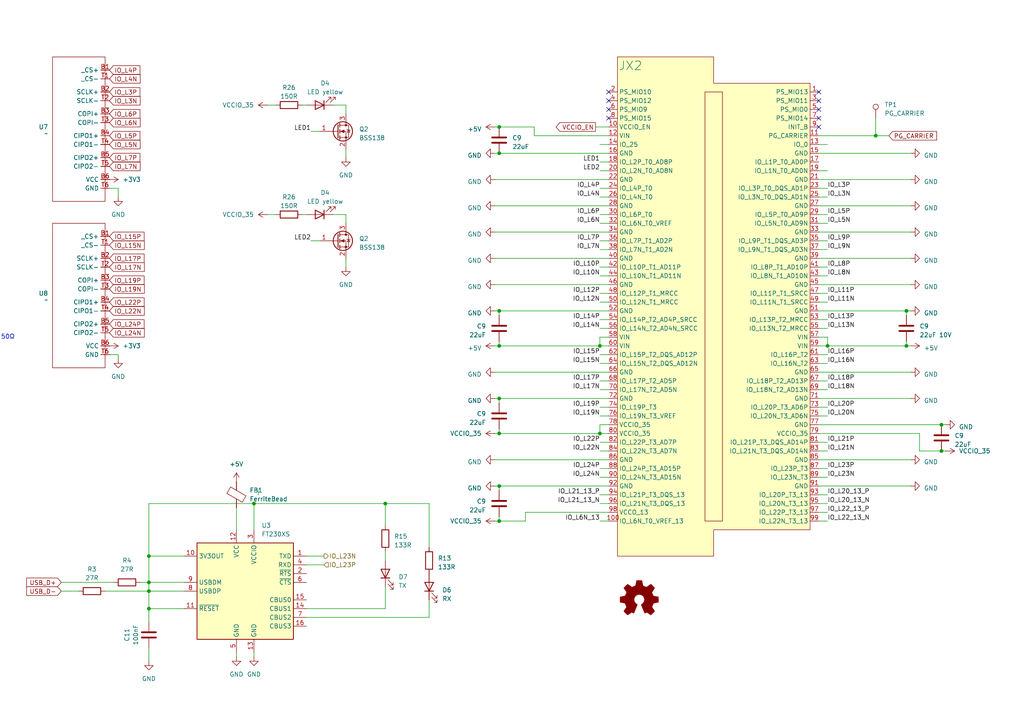
<source format=kicad_sch>
(kicad_sch (version 20231120) (generator "eeschema") (generator_version "8.0")
  (paper "A4")
  (title_block (title "MicroZed development carrier board") (date "2023-08-19") (rev "4") (comment 1 "               License: Creative Commons Zero") (comment 3 "               (c) 2023 Viktor Nikolov"))
  (junction (at 111.76 146.05))
  (junction (at 144.78 44.45))
  (junction (at 173.99 100.33))
  (junction (at 262.89 100.33))
  (junction (at 144.78 115.57))
  (junction (at 254 39.37))
  (junction (at 144.78 125.73))
  (junction (at 273.05 130.81))
  (junction (at 43.18 171.45))
  (junction (at 144.78 140.97))
  (junction (at 43.18 168.91))
  (junction (at 73.66 146.05))
  (junction (at 144.78 36.83))
  (junction (at 144.78 90.17))
  (junction (at 144.78 100.33))
  (junction (at 173.99 125.73))
  (junction (at 273.05 123.19))
  (junction (at 144.78 151.13))
  (junction (at 43.18 161.29))
  (junction (at 43.18 176.53))
  (junction (at 262.89 90.17))
  (junction (at 240.03 100.33))
  (no_connect (at 237.49 31.75))
  (no_connect (at 176.53 29.21))
  (no_connect (at -44.45 93.98))
  (no_connect (at 176.53 34.29))
  (no_connect (at 176.53 26.67))
  (no_connect (at 237.49 29.21))
  (no_connect (at 237.49 26.67))
  (no_connect (at 176.53 31.75))
  (no_connect (at 237.49 36.83))
  (no_connect (at 237.49 34.29))
  (wire (pts (xy -44.45 58.42) (xy -41.91 58.42)))
  (wire (pts (xy 237.49 115.57) (xy 264.16 115.57)))
  (wire (pts (xy 273.05 130.81) (xy 274.32 130.81)))
  (wire (pts (xy 254 34.29) (xy 254 39.37)))
  (wire (pts (xy 93.98 163.83) (xy 88.9 163.83)))
  (wire (pts (xy 173.99 41.91) (xy 176.53 41.91)))
  (wire (pts (xy 34.29 104.14) (xy 34.29 102.87)))
  (wire (pts (xy -29.21 104.14) (xy -26.67 104.14)))
  (wire (pts (xy 173.99 72.39) (xy 176.53 72.39)))
  (wire (pts (xy -29.21 101.6) (xy -26.67 101.6)))
  (wire (pts (xy 43.18 191.77) (xy 43.18 187.96)))
  (wire (pts (xy 96.52 30.48) (xy 100.33 30.48)))
  (wire (pts (xy 43.18 161.29) (xy 43.18 168.91)))
  (wire (pts (xy 237.49 82.55) (xy 264.16 82.55)))
  (wire (pts (xy 237.49 80.01) (xy 240.03 80.01)))
  (wire (pts (xy 143.51 100.33) (xy 144.78 100.33)))
  (wire (pts (xy 266.7 130.81) (xy 273.05 130.81)))
  (wire (pts (xy 240.03 100.33) (xy 237.49 100.33)))
  (wire (pts (xy -29.21 78.74) (xy -26.67 78.74)))
  (wire (pts (xy 88.9 179.07) (xy 124.46 179.07)))
  (wire (pts (xy 173.99 62.23) (xy 176.53 62.23)))
  (wire (pts (xy 237.49 97.79) (xy 240.03 97.79)))
  (wire (pts (xy -44.45 96.52) (xy -41.91 96.52)))
  (wire (pts (xy 173.99 95.25) (xy 176.53 95.25)))
  (wire (pts (xy 173.99 49.53) (xy 176.53 49.53)))
  (wire (pts (xy 237.49 77.47) (xy 240.03 77.47)))
  (wire (pts (xy -44.45 73.66) (xy -41.91 73.66)))
  (wire (pts (xy 93.98 161.29) (xy 88.9 161.29)))
  (wire (pts (xy 100.33 62.23) (xy 100.33 64.77)))
  (wire (pts (xy 173.99 118.11) (xy 176.53 118.11)))
  (wire (pts (xy -29.21 71.12) (xy -26.67 71.12)))
  (wire (pts (xy 143.51 44.45) (xy 144.78 44.45)))
  (wire (pts (xy 237.49 110.49) (xy 240.03 110.49)))
  (wire (pts (xy -44.45 99.06) (xy -41.91 99.06)))
  (wire (pts (xy 143.51 107.95) (xy 176.53 107.95)))
  (wire (pts (xy 68.58 189.23) (xy 68.58 190.5)))
  (wire (pts (xy 173.99 138.43) (xy 176.53 138.43)))
  (wire (pts (xy 43.18 146.05) (xy 73.66 146.05)))
  (wire (pts (xy 173.99 64.77) (xy 176.53 64.77)))
  (wire (pts (xy 237.49 39.37) (xy 254 39.37)))
  (wire (pts (xy 124.46 146.05) (xy 124.46 158.75)))
  (wire (pts (xy 73.66 146.05) (xy 111.76 146.05)))
  (wire (pts (xy -29.21 68.58) (xy -26.67 68.58)))
  (wire (pts (xy 143.51 115.57) (xy 144.78 115.57)))
  (wire (pts (xy 53.34 171.45) (xy 43.18 171.45)))
  (wire (pts (xy 124.46 173.99) (xy 124.46 179.07)))
  (wire (pts (xy 173.99 92.71) (xy 176.53 92.71)))
  (wire (pts (xy 173.99 105.41) (xy 176.53 105.41)))
  (wire (pts (xy 144.78 140.97) (xy 176.53 140.97)))
  (wire (pts (xy 100.33 30.48) (xy 100.33 33.02)))
  (wire (pts (xy 237.49 128.27) (xy 240.03 128.27)))
  (wire (pts (xy -44.45 88.9) (xy -41.91 88.9)))
  (wire (pts (xy 237.49 151.13) (xy 240.03 151.13)))
  (wire (pts (xy 144.78 149.86) (xy 144.78 151.13)))
  (wire (pts (xy 173.99 46.99) (xy 176.53 46.99)))
  (wire (pts (xy 237.49 69.85) (xy 240.03 69.85)))
  (wire (pts (xy 111.76 160.02) (xy 111.76 162.56)))
  (wire (pts (xy 43.18 176.53) (xy 43.18 180.34)))
  (wire (pts (xy 17.78 168.91) (xy 33.02 168.91)))
  (wire (pts (xy 17.78 171.45) (xy 22.86 171.45)))
  (wire (pts (xy 173.99 80.01) (xy 176.53 80.01)))
  (wire (pts (xy 111.76 146.05) (xy 111.76 152.4)))
  (wire (pts (xy 143.51 59.69) (xy 176.53 59.69)))
  (wire (pts (xy 237.49 120.65) (xy 240.03 120.65)))
  (wire (pts (xy -44.45 91.44) (xy -41.91 91.44)))
  (wire (pts (xy -44.45 66.04) (xy -41.91 66.04)))
  (wire (pts (xy 173.99 143.51) (xy 176.53 143.51)))
  (wire (pts (xy -29.21 96.52) (xy -26.67 96.52)))
  (wire (pts (xy 254 39.37) (xy 257.81 39.37)))
  (wire (pts (xy 144.78 36.83) (xy 154.94 36.83)))
  (wire (pts (xy 173.99 97.79) (xy 173.99 100.33)))
  (wire (pts (xy 144.78 99.06) (xy 144.78 100.33)))
  (wire (pts (xy 173.99 130.81) (xy 176.53 130.81)))
  (wire (pts (xy 262.89 100.33) (xy 264.16 100.33)))
  (wire (pts (xy 77.47 30.48) (xy 80.01 30.48)))
  (wire (pts (xy 144.78 142.24) (xy 144.78 140.97)))
  (wire (pts (xy -44.45 60.96) (xy -41.91 60.96)))
  (wire (pts (xy 237.49 113.03) (xy 240.03 113.03)))
  (wire (pts (xy 143.51 74.93) (xy 176.53 74.93)))
  (wire (pts (xy 237.49 105.41) (xy 240.03 105.41)))
  (wire (pts (xy -29.21 66.04) (xy -26.67 66.04)))
  (wire (pts (xy 172.72 36.83) (xy 176.53 36.83)))
  (wire (pts (xy 53.34 161.29) (xy 43.18 161.29)))
  (wire (pts (xy -44.45 81.28) (xy -41.91 81.28)))
  (wire (pts (xy -44.45 101.6) (xy -41.91 101.6)))
  (wire (pts (xy 173.99 113.03) (xy 176.53 113.03)))
  (wire (pts (xy 173.99 125.73) (xy 176.53 125.73)))
  (wire (pts (xy 237.49 95.25) (xy 240.03 95.25)))
  (wire (pts (xy 143.51 36.83) (xy 144.78 36.83)))
  (wire (pts (xy 74.93 142.24) (xy 74.93 143.51)))
  (wire (pts (xy 143.51 151.13) (xy 144.78 151.13)))
  (wire (pts (xy 53.34 168.91) (xy 43.18 168.91)))
  (wire (pts (xy 43.18 146.05) (xy 43.18 161.29)))
  (wire (pts (xy 144.78 151.13) (xy 152.4 151.13)))
  (wire (pts (xy 154.94 39.37) (xy 176.53 39.37)))
  (wire (pts (xy 96.52 62.23) (xy 100.33 62.23)))
  (wire (pts (xy -29.21 73.66) (xy -26.67 73.66)))
  (wire (pts (xy 237.49 90.17) (xy 262.89 90.17)))
  (wire (pts (xy 237.49 49.53) (xy 240.03 49.53)))
  (wire (pts (xy 100.33 43.18) (xy 100.33 45.72)))
  (wire (pts (xy 237.49 52.07) (xy 264.16 52.07)))
  (wire (pts (xy 237.49 143.51) (xy 240.03 143.51)))
  (wire (pts (xy 111.76 170.18) (xy 111.76 176.53)))
  (wire (pts (xy -29.21 93.98) (xy -26.67 93.98)))
  (wire (pts (xy 73.66 189.23) (xy 73.66 190.5)))
  (wire (pts (xy 173.99 135.89) (xy 176.53 135.89)))
  (wire (pts (xy 173.99 146.05) (xy 176.53 146.05)))
  (wire (pts (xy 237.49 92.71) (xy 240.03 92.71)))
  (wire (pts (xy 143.51 140.97) (xy 144.78 140.97)))
  (wire (pts (xy 237.49 102.87) (xy 240.03 102.87)))
  (wire (pts (xy -44.45 76.2) (xy -41.91 76.2)))
  (wire (pts (xy 176.53 148.59) (xy 152.4 148.59)))
  (wire (pts (xy 143.51 125.73) (xy 144.78 125.73)))
  (wire (pts (xy 88.9 176.53) (xy 111.76 176.53)))
  (wire (pts (xy -29.21 58.42) (xy -26.67 58.42)))
  (wire (pts (xy 173.99 54.61) (xy 176.53 54.61)))
  (wire (pts (xy 144.78 116.84) (xy 144.78 115.57)))
  (wire (pts (xy -44.45 71.12) (xy -41.91 71.12)))
  (wire (pts (xy 237.49 123.19) (xy 273.05 123.19)))
  (wire (pts (xy 237.49 133.35) (xy 264.16 133.35)))
  (wire (pts (xy 176.53 97.79) (xy 173.99 97.79)))
  (wire (pts (xy 237.49 44.45) (xy 264.16 44.45)))
  (wire (pts (xy 144.78 44.45) (xy 176.53 44.45)))
  (wire (pts (xy 237.49 59.69) (xy 264.16 59.69)))
  (wire (pts (xy 237.49 41.91) (xy 240.03 41.91)))
  (wire (pts (xy 240.03 97.79) (xy 240.03 100.33)))
  (wire (pts (xy 144.78 125.73) (xy 173.99 125.73)))
  (wire (pts (xy 87.63 62.23) (xy 88.9 62.23)))
  (wire (pts (xy 40.64 168.91) (xy 43.18 168.91)))
  (wire (pts (xy 73.66 146.05) (xy 73.66 153.67)))
  (wire (pts (xy 90.17 38.1) (xy 92.71 38.1)))
  (wire (pts (xy -44.45 83.82) (xy -41.91 83.82)))
  (wire (pts (xy -44.45 93.98) (xy -41.91 93.98)))
  (wire (pts (xy -44.45 68.58) (xy -41.91 68.58)))
  (wire (pts (xy 173.99 100.33) (xy 176.53 100.33)))
  (wire (pts (xy 237.49 146.05) (xy 240.03 146.05)))
  (wire (pts (xy 237.49 74.93) (xy 264.16 74.93)))
  (wire (pts (xy 262.89 90.17) (xy 262.89 91.44)))
  (wire (pts (xy 237.49 148.59) (xy 240.03 148.59)))
  (wire (pts (xy 237.49 107.95) (xy 264.16 107.95)))
  (wire (pts (xy 237.49 54.61) (xy 240.03 54.61)))
  (wire (pts (xy 144.78 115.57) (xy 176.53 115.57)))
  (wire (pts (xy -29.21 91.44) (xy -26.67 91.44)))
  (wire (pts (xy 30.48 171.45) (xy 43.18 171.45)))
  (wire (pts (xy 111.76 146.05) (xy 124.46 146.05)))
  (wire (pts (xy 100.33 74.93) (xy 100.33 77.47)))
  (wire (pts (xy 143.51 52.07) (xy 176.53 52.07)))
  (wire (pts (xy -29.21 99.06) (xy -26.67 99.06)))
  (wire (pts (xy 237.49 135.89) (xy 240.03 135.89)))
  (wire (pts (xy 31.75 54.61) (xy 34.29 54.61)))
  (wire (pts (xy -44.45 104.14) (xy -41.91 104.14)))
  (wire (pts (xy 143.51 82.55) (xy 176.53 82.55)))
  (wire (pts (xy 262.89 99.06) (xy 262.89 100.33)))
  (wire (pts (xy 144.78 90.17) (xy 176.53 90.17)))
  (wire (pts (xy 237.49 67.31) (xy 264.16 67.31)))
  (wire (pts (xy -29.21 63.5) (xy -26.67 63.5)))
  (wire (pts (xy 154.94 39.37) (xy 154.94 36.83)))
  (wire (pts (xy 173.99 120.65) (xy 176.53 120.65)))
  (wire (pts (xy -29.21 60.96) (xy -26.67 60.96)))
  (wire (pts (xy -29.21 76.2) (xy -26.67 76.2)))
  (wire (pts (xy 143.51 67.31) (xy 176.53 67.31)))
  (wire (pts (xy 273.05 123.19) (xy 274.32 123.19)))
  (wire (pts (xy -29.21 88.9) (xy -26.67 88.9)))
  (wire (pts (xy 173.99 128.27) (xy 176.53 128.27)))
  (wire (pts (xy 237.49 87.63) (xy 240.03 87.63)))
  (wire (pts (xy 237.49 62.23) (xy 240.03 62.23)))
  (wire (pts (xy -44.45 78.74) (xy -41.91 78.74)))
  (wire (pts (xy 143.51 90.17) (xy 144.78 90.17)))
  (wire (pts (xy 237.49 125.73) (xy 266.7 125.73)))
  (wire (pts (xy 152.4 148.59) (xy 152.4 151.13)))
  (wire (pts (xy 237.49 57.15) (xy 240.03 57.15)))
  (wire (pts (xy 237.49 85.09) (xy 240.03 85.09)))
  (wire (pts (xy -44.45 63.5) (xy -41.91 63.5)))
  (wire (pts (xy 266.7 125.73) (xy 266.7 130.81)))
  (wire (pts (xy 237.49 72.39) (xy 240.03 72.39)))
  (wire (pts (xy 237.49 140.97) (xy 264.16 140.97)))
  (wire (pts (xy 53.34 176.53) (xy 43.18 176.53)))
  (wire (pts (xy 173.99 87.63) (xy 176.53 87.63)))
  (wire (pts (xy 240.03 100.33) (xy 262.89 100.33)))
  (wire (pts (xy 68.58 147.32) (xy 68.58 153.67)))
  (wire (pts (xy 173.99 77.47) (xy 176.53 77.47)))
  (wire (pts (xy 77.47 62.23) (xy 80.01 62.23)))
  (wire (pts (xy -29.21 86.36) (xy -26.67 86.36)))
  (wire (pts (xy 173.99 151.13) (xy 176.53 151.13)))
  (wire (pts (xy 43.18 171.45) (xy 43.18 176.53)))
  (wire (pts (xy 237.49 64.77) (xy 240.03 64.77)))
  (wire (pts (xy 34.29 54.61) (xy 34.29 57.15)))
  (wire (pts (xy 173.99 57.15) (xy 176.53 57.15)))
  (wire (pts (xy -29.21 81.28) (xy -26.67 81.28)))
  (wire (pts (xy 143.51 133.35) (xy 176.53 133.35)))
  (wire (pts (xy 173.99 69.85) (xy 176.53 69.85)))
  (wire (pts (xy 144.78 100.33) (xy 173.99 100.33)))
  (wire (pts (xy 173.99 102.87) (xy 176.53 102.87)))
  (wire (pts (xy 237.49 130.81) (xy 240.03 130.81)))
  (wire (pts (xy 262.89 90.17) (xy 264.16 90.17)))
  (wire (pts (xy 173.99 123.19) (xy 173.99 125.73)))
  (wire (pts (xy 237.49 138.43) (xy 240.03 138.43)))
  (wire (pts (xy 87.63 30.48) (xy 88.9 30.48)))
  (wire (pts (xy 237.49 118.11) (xy 240.03 118.11)))
  (wire (pts (xy 173.99 110.49) (xy 176.53 110.49)))
  (wire (pts (xy 173.99 85.09) (xy 176.53 85.09)))
  (wire (pts (xy 173.99 123.19) (xy 176.53 123.19)))
  (wire (pts (xy 34.29 102.87) (xy 31.75 102.87)))
  (wire (pts (xy 144.78 91.44) (xy 144.78 90.17)))
  (wire (pts (xy 43.18 168.91) (xy 43.18 171.45)))
  (wire (pts (xy 144.78 124.46) (xy 144.78 125.73)))
  (wire (pts (xy -44.45 86.36) (xy -41.91 86.36)))
  (wire (pts (xy 90.17 69.85) (xy 92.71 69.85)))
  (wire (pts (xy -29.21 83.82) (xy -26.67 83.82)))
  (rectangle (start -27.94 99.06) (end -8.89 105.41))
  (rectangle (start -27.94 55.88) (end -8.89 96.52))
  (rectangle (start -62.23 55.88) (end -43.18 105.41))
  (text "Single-ended 50Ω" (at 4.318 98.552 0) (effects (font (size 1.27 1.27)) (justify right bottom)))
  (text "Diferential pairs 100Ω" (at -10.16 95.25 90) (effects (font (size 1.27 1.27)) (justify left bottom)))
  (text "Diferential pairs 100Ω" (at -59.69 104.14 90) (effects (font (size 1.27 1.27)) (justify left bottom)))
  (text "DP" (at -10.16 104.14 90) (effects (font (size 1.27 1.27)) (justify left bottom)))
  (label "IO_L6N" (at -44.45 68.58 180))
  (label "IO_L19N" (at 173.99 120.65 180))
  (label "IO_L15P" (at -26.67 68.58 0))
  (label "IO_L20_13_N" (at 240.03 146.05 0))
  (label "IO_L23P" (at 240.03 135.89 0))
  (label "IO_L6N" (at 173.99 64.77 180))
  (label "IO_L15P" (at 173.99 102.87 180))
  (label "IO_L13N" (at 240.03 95.25 0))
  (label "IO_L5N" (at -44.45 83.82 180))
  (label "IO_L3N" (at 240.03 57.15 0))
  (label "IO_L5P" (at 240.03 62.23 0))
  (label "IO_L23N" (at 240.03 138.43 0))
  (label "IO_L22N" (at 173.99 130.81 180))
  (label "IO_L7N" (at 173.99 72.39 180))
  (label "IO_L5P" (at -44.45 86.36 180))
  (label "IO_L19P" (at -26.67 78.74 0))
  (label "IO_L7P" (at -44.45 66.04 180))
  (label "IO_L21_13_N" (at 173.99 146.05 180))
  (label "IO_L11N" (at 240.03 87.63 0))
  (label "IO_L16N" (at 240.03 105.41 0))
  (label "IO_L21_13_P" (at -26.67 93.98 0))
  (label "IO_L21_13_N" (at -26.67 96.52 0))
  (label "IO_L22N" (at -26.67 86.36 0))
  (label "LED1" (at 173.99 46.99 180))
  (label "IO_L9N" (at -44.45 96.52 180))
  (label "IO_L24P" (at -26.67 88.9 0))
  (label "IO_L6N_13" (at 173.99 151.13 180))
  (label "IO_L4P" (at -44.45 76.2 180))
  (label "IO_L19N" (at -26.67 81.28 0))
  (label "IO_L20_13_N" (at -44.45 104.14 180))
  (label "IO_L14P" (at -26.67 63.5 0))
  (label "IO_L6P" (at -44.45 71.12 180))
  (label "IO_L22_13_N" (at -26.67 101.6 0))
  (label "IO_L10N" (at -44.45 58.42 180))
  (label "IO_L14P" (at 173.99 92.71 180))
  (label "IO_L4N" (at -44.45 73.66 180))
  (label "IO_L20N" (at 240.03 120.65 0))
  (label "IO_L10N" (at 173.99 80.01 180))
  (label "IO_L20_13_P" (at 240.03 143.51 0))
  (label "IO_L11P" (at 240.03 85.09 0))
  (label "IO_L10P" (at -44.45 60.96 180))
  (label "IO_L10P" (at 173.99 77.47 180))
  (label "IO_L18P" (at 240.03 110.49 0))
  (label "IO_L9N" (at 240.03 72.39 0))
  (label "IO_L8P" (at 240.03 77.47 0))
  (label "IO_L24N" (at 173.99 138.43 180))
  (label "IO_L22P" (at -26.67 83.82 0))
  (label "IO_L3N" (at -44.45 88.9 180))
  (label "IO_L18N" (at 240.03 113.03 0))
  (label "IO_L6P" (at 173.99 62.23 180))
  (label "IO_L5N" (at 240.03 64.77 0))
  (label "IO_L24N" (at -26.67 91.44 0))
  (label "IO_L15N" (at -26.67 71.12 0))
  (label "IO_L15N" (at 173.99 105.41 180))
  (label "IO_L3P" (at -44.45 91.44 180))
  (label "IO_L2P" (at -44.45 81.28 180))
  (label "IO_L3P" (at 240.03 54.61 0))
  (label "IO_L12N" (at -26.67 60.96 0))
  (label "IO_L17N" (at 173.99 113.03 180))
  (label "IO_L19P" (at 173.99 118.11 180))
  (label "IO_L21N" (at 240.03 130.81 0))
  (label "IO_L22_13_P" (at -26.67 104.14 0))
  (label "IO_L22_13_P" (at 240.03 148.59 0))
  (label "LED1" (at 90.17 38.1 180))
  (label "IO_L20_13_P" (at -44.45 101.6 180))
  (label "IO_L2N" (at -44.45 78.74 180))
  (label "IO_L24P" (at 173.99 135.89 180))
  (label "IO_L22P" (at 173.99 128.27 180))
  (label "IO_L20P" (at 240.03 118.11 0))
  (label "IO_L17P" (at -26.67 73.66 0))
  (label "IO_L16P" (at 240.03 102.87 0))
  (label "IO_L13P" (at 240.03 92.71 0))
  (label "IO_L14N" (at -26.67 66.04 0))
  (label "IO_L12N" (at 173.99 87.63 180))
  (label "IO_L7N" (at -44.45 63.5 180))
  (label "IO_L9P" (at 240.03 69.85 0))
  (label "IO_L22_13_N" (at 240.03 151.13 0))
  (label "IO_L12P" (at -26.67 58.42 0))
  (label "IO_L17N" (at -26.67 76.2 0))
  (label "IO_L9P" (at -44.45 99.06 180))
  (label "IO_L21P" (at 240.03 128.27 0))
  (label "IO_L6N_13" (at -26.67 99.06 0))
  (label "IO_L4N" (at 173.99 57.15 180))
  (label "IO_L21_13_P" (at 173.99 143.51 180))
  (label "IO_L4P" (at 173.99 54.61 180))
  (label "LED2" (at 173.99 49.53 180))
  (label "IO_L7P" (at 173.99 69.85 180))
  (label "IO_L17P" (at 173.99 110.49 180))
  (label "IO_L12P" (at 173.99 85.09 180))
  (label "LED2" (at 90.17 69.85 180))
  (label "IO_L14N" (at 173.99 95.25 180))
  (label "IO_L8N" (at 240.03 80.01 0))
  (global_label "IO_L4N" (shape input) (at 31.75 22.86 0) (property "Intersheetrefs" "${INTERSHEET_REFS}" (effects (hide yes))))
  (global_label "IO_L6P" (shape input) (at 31.75 33.02 0) (property "Intersheetrefs" "${INTERSHEET_REFS}" (effects (hide yes))))
  (global_label "IO_L15P" (shape input) (at 31.75 68.58 0) (property "Intersheetrefs" "${INTERSHEET_REFS}" (effects (hide yes))))
  (global_label "IO_L15N" (shape input) (at 31.75 71.12 0) (property "Intersheetrefs" "${INTERSHEET_REFS}" (effects (hide yes))))
  (global_label "VCCIO_EN" (shape output) (at 172.72 36.83 180) (property "Intersheetrefs" "${INTERSHEET_REFS}" (effects (hide yes))))
  (global_label "IO_L5N" (shape input) (at 31.75 41.91 0) (property "Intersheetrefs" "${INTERSHEET_REFS}" (effects (hide yes))))
  (global_label "PG_CARRIER" (shape input) (at 257.81 39.37 0) (property "Intersheetrefs" "${INTERSHEET_REFS}" (effects (hide yes))))
  (global_label "IO_L7P" (shape input) (at 31.75 45.72 0) (property "Intersheetrefs" "${INTERSHEET_REFS}" (effects (hide yes))))
  (global_label "IO_L22N" (shape input) (at 31.75 90.17 0) (property "Intersheetrefs" "${INTERSHEET_REFS}" (effects (hide yes))))
  (global_label "IO_L3P" (shape input) (at 31.75 26.67 0) (property "Intersheetrefs" "${INTERSHEET_REFS}" (effects (hide yes))))
  (global_label "USB_D-" (shape input) (at 17.78 171.45 180) (property "Intersheetrefs" "${INTERSHEET_REFS}" (effects (hide yes))))
  (global_label "IO_L6N" (shape input) (at 31.75 35.56 0) (property "Intersheetrefs" "${INTERSHEET_REFS}" (effects (hide yes))))
  (global_label "USB_D+" (shape input) (at 17.78 168.91 180) (property "Intersheetrefs" "${INTERSHEET_REFS}" (effects (hide yes))))
  (global_label "IO_L17N" (shape input) (at 31.75 77.47 0) (property "Intersheetrefs" "${INTERSHEET_REFS}" (effects (hide yes))))
  (global_label "IO_L22P" (shape input) (at 31.75 87.63 0) (property "Intersheetrefs" "${INTERSHEET_REFS}" (effects (hide yes))))
  (global_label "IO_L24P" (shape input) (at 31.75 93.98 0) (property "Intersheetrefs" "${INTERSHEET_REFS}" (effects (hide yes))))
  (global_label "IO_L24N" (shape input) (at 31.75 96.52 0) (property "Intersheetrefs" "${INTERSHEET_REFS}" (effects (hide yes))))
  (global_label "IO_L5P" (shape input) (at 31.75 39.37 0) (property "Intersheetrefs" "${INTERSHEET_REFS}" (effects (hide yes))))
  (global_label "IO_L19P" (shape input) (at 31.75 81.28 0) (property "Intersheetrefs" "${INTERSHEET_REFS}" (effects (hide yes))))
  (global_label "IO_L17P" (shape input) (at 31.75 74.93 0) (property "Intersheetrefs" "${INTERSHEET_REFS}" (effects (hide yes))))
  (global_label "IO_L4P" (shape input) (at 31.75 20.32 0) (property "Intersheetrefs" "${INTERSHEET_REFS}" (effects (hide yes))))
  (global_label "IO_L7N" (shape input) (at 31.75 48.26 0) (property "Intersheetrefs" "${INTERSHEET_REFS}" (effects (hide yes))))
  (global_label "IO_L19N" (shape input) (at 31.75 83.82 0) (property "Intersheetrefs" "${INTERSHEET_REFS}" (effects (hide yes))))
  (global_label "IO_L3N" (shape input) (at 31.75 29.21 0) (property "Intersheetrefs" "${INTERSHEET_REFS}" (effects (hide yes))))
  (hierarchical_label "IO_L23N" (shape output) (at 93.98 161.29 0))
  (hierarchical_label "IO_L23P" (shape input) (at 93.98 163.83 0))
  (symbol (lib_id "power:GND") (at 73.66 190.5 0) (unit 1)
    (property "Reference" "#PWR089" (effects (hide yes)))
    (property "Value" "GND" (at 73.66 195.58 0))
  )
  (symbol (lib_id "Interface_USB:FT230XS") (at 71.12 171.45 0) (unit 1)
    (property "Reference" "U3" (at 75.8541 152.4 0) (effects (justify left)))
    (property "Value" "FT230XS" (at 75.8541 154.94 0) (effects (justify left)))
    (property "Footprint" "Package_SO:SSOP-16_3.9x4.9mm_P0.635mm" (effects (hide yes)))
    (property "Datasheet" "https://www.ftdichip.com/Support/Documents/DataSheets/ICs/DS_FT230X.pdf" (effects (hide yes)))
    (property "Description" "Full Speed USB to Basic UART, SSOP-16" (effects (hide yes)))
  )
  (symbol (lib_id "Device:C") (at 273.05 127 0) (mirror y) (unit 1)
    (property "Reference" "C9" (at 276.86 126.365 0) (effects (justify right)))
    (property "Value" "22uF" (at 276.86 128.905 0) (effects (justify right)))
    (property "Footprint" "Capacitor_SMD:C_1206_3216Metric" (effects (hide yes)))
    (property "LCSC" "C5672" (effects (hide yes)))
    (instances (project "MicroZed_carrier_board_v4" (path "" (reference "C9") (unit 1)) (path "" (reference "C1") (unit 1)) (path "" (reference "C5") (unit 1))))
  )
  (symbol (lib_id "power:VCC") (at 274.32 130.81 270) (unit 1)
    (property "Reference" "#PWR06" (effects (hide yes)))
    (property "Value" "VCCIO_35" (at 278.13 130.8099 90) (effects (justify left)))
    (property "Description" "Power symbol creates a global label with name \"VCC\"" (effects (hide yes)))
  )
  (symbol (lib_id "power:+5V") (at 143.51 100.33 90) (mirror x) (unit 1)
    (property "Reference" "#PWR012" (effects (hide yes)))
    (property "Value" "+5V" (at 139.7 100.965 90) (effects (justify left)))
    (instances (project "MicroZed_carrier_board_v4" (path "" (reference "#PWR012") (unit 1)) (path "" (reference "#PWR081") (unit 1)) (path "" (reference "#PWR059") (unit 1))))
  )
  (symbol (lib_id "power:GND") (at 143.51 59.69 270) (unit 1)
    (property "Reference" "#PWR060" (effects (hide yes)))
    (property "Value" "GND" (at 139.7 60.325 90) (effects (justify right)))
    (instances (project "MicroZed_carrier_board_v4" (path "" (reference "#PWR060") (unit 1)) (path "" (reference "#PWR0107") (unit 1))))
  )
  (symbol (lib_id "power:GND") (at 264.16 82.55 90) (unit 1)
    (property "Reference" "#PWR074" (effects (hide yes)))
    (property "Value" "GND" (at 267.97 83.185 90) (effects (justify right)))
    (instances (project "MicroZed_carrier_board_v4" (path "" (reference "#PWR074") (unit 1)) (path "" (reference "#PWR0121") (unit 1))))
  )
  (symbol (lib_id "power:+3V3") (at 31.75 100.33 270) (unit 1)
    (property "Reference" "#PWR0133" (effects (hide yes)))
    (property "Value" "+3V3" (at 35.56 100.3299 90) (effects (justify left)))
    (property "Description" "Power symbol creates a global label with name \"+3V3\"" (effects (hide yes)))
  )
  (symbol (lib_id "Device:C") (at 43.18 184.15 0) (mirror y) (unit 1)
    (property "Reference" "C11" (at 36.83 184.15 90))
    (property "Value" "100nF" (at 39.37 184.15 90))
    (property "Footprint" "Capacitor_SMD:C_0603_1608Metric" (effects (hide yes)))
    (property "LCSC" "C66501" (effects (hide yes)))
  )
  (symbol (lib_id "power:GND") (at 264.16 59.69 90) (unit 1)
    (property "Reference" "#PWR071" (effects (hide yes)))
    (property "Value" "GND" (at 267.97 60.325 90) (effects (justify right)))
    (instances (project "MicroZed_carrier_board_v4" (path "" (reference "#PWR071") (unit 1)) (path "" (reference "#PWR0118") (unit 1))))
  )
  (symbol (lib_id "power:+3V3") (at 31.75 52.07 270) (unit 1)
    (property "Reference" "#PWR0132" (effects (hide yes)))
    (property "Value" "+3V3" (at 35.56 52.0699 90) (effects (justify left)))
    (property "Description" "Power symbol creates a global label with name \"+3V3\"" (effects (hide yes)))
  )
  (symbol (lib_id "power:GND") (at 264.16 90.17 90) (unit 1)
    (property "Reference" "#PWR075" (effects (hide yes)))
    (property "Value" "GND" (at 267.97 90.805 90) (effects (justify right)))
    (instances (project "MicroZed_carrier_board_v4" (path "" (reference "#PWR075") (unit 1)) (path "" (reference "#PWR0127") (unit 1))))
  )
  (symbol (lib_id "Device:C") (at 144.78 146.05 0) (mirror x) (unit 1)
    (property "Reference" "C9" (at 140.97 145.415 0) (effects (justify right)))
    (property "Value" "22uF" (at 140.97 147.955 0) (effects (justify right)))
    (property "Footprint" "Capacitor_SMD:C_1206_3216Metric" (effects (hide yes)))
    (property "LCSC" "C5672" (effects (hide yes)))
    (instances (project "MicroZed_carrier_board_v4" (path "" (reference "C9") (unit 1)) (path "" (reference "C1") (unit 1)) (path "" (reference "C6") (unit 1))))
  )
  (symbol (lib_id "power:GND") (at 43.18 191.77 0) (unit 1)
    (property "Reference" "#PWR032" (effects (hide yes)))
    (property "Value" "GND" (at 43.18 196.85 0))
  )
  (symbol (lib_id "Device:FerriteBead") (at 68.58 143.51 0) (unit 1)
    (property "Reference" "FB1" (at 72.39 142.1891 0) (effects (justify left)))
    (property "Value" "FerriteBead" (at 72.39 144.7291 0) (effects (justify left)))
    (property "Footprint" "Inductor_SMD:L_0805_2012Metric" (effects (hide yes)))
    (property "Description" "Ferrite bead" (effects (hide yes)))
  )
  (symbol (lib_id "power:GND") (at 264.16 140.97 90) (unit 1)
    (property "Reference" "#PWR080" (effects (hide yes)))
    (property "Value" "GND" (at 267.97 141.605 90) (effects (justify right)))
    (instances (project "MicroZed_carrier_board_v4" (path "" (reference "#PWR080") (unit 1)) (path "" (reference "#PWR0126") (unit 1))))
  )
  (symbol (lib_id "power:GND") (at 264.16 74.93 90) (unit 1)
    (property "Reference" "#PWR073" (effects (hide yes)))
    (property "Value" "GND" (at 267.97 75.565 90) (effects (justify right)))
    (instances (project "MicroZed_carrier_board_v4" (path "" (reference "#PWR073") (unit 1)) (path "" (reference "#PWR0120") (unit 1))))
  )
  (symbol (lib_id "Device:R") (at 111.76 156.21 0) (unit 1)
    (property "Reference" "R15" (at 114.3 155.575 0) (effects (justify left)))
    (property "Value" "133R" (at 114.3 158.115 0) (effects (justify left)))
    (property "Footprint" "Resistor_SMD:R_0603_1608Metric" (effects (hide yes)))
    (property "LCSC" "C4326496" (effects (hide yes)))
  )
  (symbol (lib_id "power:GND") (at 143.51 107.95 270) (unit 1)
    (property "Reference" "#PWR065" (effects (hide yes)))
    (property "Value" "GND" (at 139.7 108.585 90) (effects (justify right)))
    (instances (project "MicroZed_carrier_board_v4" (path "" (reference "#PWR065") (unit 1)) (path "" (reference "#PWR0112") (unit 1))))
  )
  (symbol (lib_id "Device:LED") (at 111.76 166.37 90) (unit 1)
    (property "Reference" "D7" (at 115.57 167.3225 90) (effects (justify right)))
    (property "Value" "TX" (at 115.57 169.8625 90) (effects (justify right)))
    (property "Footprint" "LED_SMD:LED_0603_1608Metric" (effects (hide yes)))
    (property "LCSC" "C2833058" (effects (hide yes)))
  )
  (symbol (lib_id "power:GND") (at 264.16 115.57 90) (unit 1)
    (property "Reference" "#PWR077" (effects (hide yes)))
    (property "Value" "GND" (at 267.97 116.205 90) (effects (justify right)))
    (instances (project "MicroZed_carrier_board_v4" (path "" (reference "#PWR077") (unit 1)) (path "" (reference "#PWR0123") (unit 1))))
  )
  (symbol (lib_id "Transistor_FET:BSS138") (at 97.79 38.1 0) (unit 1)
    (property "Reference" "Q2" (at 104.14 37.465 0) (effects (justify left)))
    (property "Value" "BSS138" (at 104.14 40.005 0) (effects (justify left)))
    (property "Footprint" "Package_TO_SOT_SMD:SOT-23" (effects (hide yes)))
    (property "Datasheet" "https://www.onsemi.com/pub/Collateral/BSS138-D.PDF" (effects (hide yes)))
    (property "LCSC" "C400505" (effects (hide yes)))
    (property "JLCPCB Rotation Offset" "-180" (effects (hide yes)))
    (instances (project "MicroZed_carrier_board_v4" (path "" (reference "Q2") (unit 1)) (path "" (reference "Q3") (unit 1))))
  )
  (symbol (lib_id "power:VCC") (at 77.47 62.23 90) (unit 1)
    (property "Reference" "#PWR074" (effects (hide yes)))
    (property "Value" "VCCIO_35" (at 73.66 62.2299 90) (effects (justify left)))
    (property "Description" "Power symbol creates a global label with name \"VCC\"" (effects (hide yes)))
  )
  (symbol (lib_id "power:GND") (at 143.51 115.57 270) (mirror x) (unit 1)
    (property "Reference" "#PWR075" (effects (hide yes)))
    (property "Value" "GND" (at 139.7 116.205 90) (effects (justify right)))
    (instances (project "MicroZed_carrier_board_v4" (path "" (reference "#PWR075") (unit 1)) (path "" (reference "#PWR062") (unit 1))))
  )
  (symbol (lib_id "Transistor_FET:BSS138") (at 97.79 69.85 0) (unit 1)
    (property "Reference" "Q2" (at 104.14 69.215 0) (effects (justify left)))
    (property "Value" "BSS138" (at 104.14 71.755 0) (effects (justify left)))
    (property "Footprint" "Package_TO_SOT_SMD:SOT-23" (effects (hide yes)))
    (property "Datasheet" "https://www.onsemi.com/pub/Collateral/BSS138-D.PDF" (effects (hide yes)))
    (property "LCSC" "C400505" (effects (hide yes)))
    (property "JLCPCB Rotation Offset" "-180" (effects (hide yes)))
    (instances (project "MicroZed_carrier_board_v4" (path "" (reference "Q2") (unit 1)) (path "" (reference "Q4") (unit 1))))
  )
  (symbol (lib_id "power:GND") (at 264.16 52.07 90) (unit 1)
    (property "Reference" "#PWR070" (effects (hide yes)))
    (property "Value" "GND" (at 267.97 52.705 90) (effects (justify right)))
    (instances (project "MicroZed_carrier_board_v4" (path "" (reference "#PWR070") (unit 1)) (path "" (reference "#PWR0117") (unit 1))))
  )
  (symbol (lib_id "Device:C") (at 144.78 95.25 0) (mirror x) (unit 1)
    (property "Reference" "C9" (at 140.97 94.615 0) (effects (justify right)))
    (property "Value" "22uF" (at 140.97 97.155 0) (effects (justify right)))
    (property "Footprint" "Capacitor_SMD:C_1206_3216Metric" (effects (hide yes)))
    (property "LCSC" "C5672" (effects (hide yes)))
    (instances (project "MicroZed_carrier_board_v4" (path "" (reference "C9") (unit 1)) (path "" (reference "C1") (unit 1)) (path "" (reference "C2") (unit 1))))
  )
  (symbol (lib_id "power:GND") (at 143.51 133.35 270) (unit 1)
    (property "Reference" "#PWR067" (effects (hide yes)))
    (property "Value" "GND" (at 139.7 133.985 90) (effects (justify right)))
    (instances (project "MicroZed_carrier_board_v4" (path "" (reference "#PWR067") (unit 1)) (path "" (reference "#PWR0114") (unit 1))))
  )
  (symbol (lib_id "Device:R") (at 36.83 168.91 90) (unit 1)
    (property "Reference" "R4" (at 36.83 162.56 90))
    (property "Value" "27R" (at 36.83 165.1 90))
    (property "Footprint" "Resistor_SMD:R_0603_1608Metric" (effects (hide yes)))
    (property "LCSC" "C4326496" (effects (hide yes)))
  )
  (symbol (lib_id "Device:C") (at 262.89 95.25 180) (unit 1)
    (property "Reference" "C9" (at 266.7 94.615 0) (effects (justify right)))
    (property "Value" "22uF 10V" (at 266.7 97.155 0) (effects (justify right)))
    (property "Footprint" "Capacitor_SMD:C_1206_3216Metric" (effects (hide yes)))
    (property "LCSC" "C5672" (effects (hide yes)))
    (instances (project "MicroZed_carrier_board_v4" (path "" (reference "C9") (unit 1)) (path "" (reference "C1") (unit 1)) (path "" (reference "C1") (unit 1))))
  )
  (symbol (lib_id "Device:LED") (at 124.46 170.18 90) (unit 1)
    (property "Reference" "D6" (at 128.27 171.1325 90) (effects (justify right)))
    (property "Value" "RX" (at 128.27 173.6725 90) (effects (justify right)))
    (property "Footprint" "LED_SMD:LED_0603_1608Metric" (effects (hide yes)))
    (property "LCSC" "C2833058" (effects (hide yes)))
  )
  (symbol (lib_id "power:GND") (at 264.16 133.35 90) (unit 1)
    (property "Reference" "#PWR079" (effects (hide yes)))
    (property "Value" "GND" (at 267.97 133.985 90) (effects (justify right)))
    (instances (project "MicroZed_carrier_board_v4" (path "" (reference "#PWR079") (unit 1)) (path "" (reference "#PWR0125") (unit 1))))
  )
  (symbol (lib_id "Device:LED") (at 92.71 30.48 180) (unit 1)
    (property "Reference" "D4" (at 94.2975 24.13 0))
    (property "Value" "LED yellow" (at 94.2975 26.67 0))
    (property "Footprint" "Viktor:LED0805" (effects (hide yes)))
    (property "LCSC" "C2296" (effects (hide yes)))
    (instances (project "MicroZed_carrier_board_v4" (path "" (reference "D4") (unit 1)) (path "" (reference "D1") (unit 1))))
  )
  (symbol (lib_id "power:GND") (at 143.51 90.17 270) (mirror x) (unit 1)
    (property "Reference" "#PWR075" (effects (hide yes)))
    (property "Value" "GND" (at 139.7 90.805 90) (effects (justify right)))
    (instances (project "MicroZed_carrier_board_v4" (path "" (reference "#PWR075") (unit 1)) (path "" (reference "#PWR058") (unit 1))))
  )
  (symbol (lib_id "Connector:TestPoint") (at 254 34.29 0) (unit 1) (in_bom no)
    (property "Reference" "TP1" (at 256.54 30.353 0) (effects (justify left)))
    (property "Value" "PG_CARRIER" (at 256.54 32.893 0) (effects (justify left)))
    (property "Footprint" "Viktor:TestPoint__Drill1.0mm" (effects (hide yes)))
    (instances (project "MicroZed_carrier_board_v4" (path "" (reference "TP1") (unit 1)) (path "" (reference "TP10") (unit 1))))
  )
  (symbol (lib_id "power:GND") (at 264.16 107.95 90) (unit 1)
    (property "Reference" "#PWR076" (effects (hide yes)))
    (property "Value" "GND" (at 267.97 108.585 90) (effects (justify right)))
    (instances (project "MicroZed_carrier_board_v4" (path "" (reference "#PWR076") (unit 1)) (path "" (reference "#PWR0122") (unit 1))))
  )
  (symbol (lib_id "Graphic:Logo_Open_Hardware_Small") (at 185.42 173.99 0) (unit 1) (exclude_from_sim yes) (in_bom no) (on_board no)
    (property "Reference" "#SYM1" (effects (hide yes)))
    (property "Value" "Logo_Open_Hardware_Small" (effects (hide yes)))
    (instances (project "MicroZed_carrier_board_v4" (path "" (reference "#SYM1") (unit 1)) (path "" (reference "#SYM3") (unit 1))))
  )
  (symbol (lib_id "power:GND") (at 143.51 74.93 270) (unit 1)
    (property "Reference" "#PWR062" (effects (hide yes)))
    (property "Value" "GND" (at 139.7 75.565 90) (effects (justify right)))
    (instances (project "MicroZed_carrier_board_v4" (path "" (reference "#PWR062") (unit 1)) (path "" (reference "#PWR0109") (unit 1))))
  )
  (symbol (lib_id "Device:LED") (at 92.71 62.23 180) (unit 1)
    (property "Reference" "D4" (at 94.2975 55.88 0))
    (property "Value" "LED yellow" (at 94.2975 58.42 0))
    (property "Footprint" "Viktor:LED0805" (effects (hide yes)))
    (property "LCSC" "C2296" (effects (hide yes)))
    (instances (project "MicroZed_carrier_board_v4" (path "" (reference "D4") (unit 1)) (path "" (reference "D2") (unit 1))))
  )
  (symbol (lib_id "power:GND") (at 143.51 82.55 270) (unit 1)
    (property "Reference" "#PWR063" (effects (hide yes)))
    (property "Value" "GND" (at 139.7 83.185 90) (effects (justify right)))
    (instances (project "MicroZed_carrier_board_v4" (path "" (reference "#PWR063") (unit 1)) (path "" (reference "#PWR0110") (unit 1))))
  )
  (symbol (lib_id "IntanInterface:RHD2000-CABLE-DAQ-SIDE") (at 22.86 36.83 0) (mirror y) (unit 1)
    (property "Reference" "U7" (at 13.97 36.8299 0) (effects (justify left)))
    (property "Value" "~" (at 13.97 38.735 0) (effects (justify left)))
    (property "Footprint" "IntanInterface:OMNETICS_PZN-12-AA" (effects (hide yes)))
  )
  (symbol (lib_id "Viktor_symbols:MicroZed_carrier_plug_JX2") (at 207.01 26.67 0) (unit 1)
    (property "Reference" "JX2" (at 182.88 19.05 0) (effects (font (size 2.54 2.54))))
    (property "Value" "~" (at 237.49 26.67 0))
    (property "Footprint" "Viktor:BergStak-100pos-plug-61083-101400" (effects (hide yes)))
    (property "LCSC" "C2764776" (effects (hide yes)))
  )
  (symbol (lib_id "power:GND") (at 68.58 190.5 0) (unit 1)
    (property "Reference" "#PWR071" (effects (hide yes)))
    (property "Value" "GND" (at 68.58 195.58 0))
  )
  (symbol (lib_id "power:GND") (at 264.16 44.45 90) (unit 1)
    (property "Reference" "#PWR069" (effects (hide yes)))
    (property "Value" "GND" (at 267.97 45.085 90) (effects (justify right)))
    (instances (project "MicroZed_carrier_board_v4" (path "" (reference "#PWR069") (unit 1)) (path "" (reference "#PWR0116") (unit 1))))
  )
  (symbol (lib_id "power:GND") (at 143.51 52.07 270) (unit 1)
    (property "Reference" "#PWR059" (effects (hide yes)))
    (property "Value" "GND" (at 139.7 52.705 90) (effects (justify right)))
    (instances (project "MicroZed_carrier_board_v4" (path "" (reference "#PWR059") (unit 1)) (path "" (reference "#PWR0106") (unit 1))))
  )
  (symbol (lib_id "Device:R") (at 83.82 62.23 90) (unit 1)
    (property "Reference" "R26" (at 83.82 57.15 90))
    (property "Value" "150R" (at 83.82 59.69 90))
    (property "Footprint" "Resistor_SMD:R_0603_1608Metric" (effects (hide yes)))
    (property "LCSC" "C22808" (effects (hide yes)))
    (instances (project "MicroZed_carrier_board_v4" (path "" (reference "R26") (unit 1)) (path "" (reference "R18") (unit 1))))
  )
  (symbol (lib_id "Device:R") (at 124.46 162.56 0) (unit 1)
    (property "Reference" "R13" (at 127 161.925 0) (effects (justify left)))
    (property "Value" "133R" (at 127 164.465 0) (effects (justify left)))
    (property "Footprint" "Resistor_SMD:R_0603_1608Metric" (effects (hide yes)))
    (property "LCSC" "C4326496" (effects (hide yes)))
  )
  (symbol (lib_id "power:VCC") (at 143.51 151.13 90) (unit 1)
    (property "Reference" "#PWR067" (effects (hide yes)))
    (property "Value" "VCCIO_35" (at 139.7 151.1299 90) (effects (justify left)))
    (property "Description" "Power symbol creates a global label with name \"VCC\"" (effects (hide yes)))
  )
  (symbol (lib_id "power:GND") (at 264.16 67.31 90) (unit 1)
    (property "Reference" "#PWR072" (effects (hide yes)))
    (property "Value" "GND" (at 267.97 67.945 90) (effects (justify right)))
    (instances (project "MicroZed_carrier_board_v4" (path "" (reference "#PWR072") (unit 1)) (path "" (reference "#PWR0119") (unit 1))))
  )
  (symbol (lib_id "power:+5V") (at 143.51 36.83 90) (mirror x) (unit 1)
    (property "Reference" "#PWR012" (effects (hide yes)))
    (property "Value" "+5V" (at 139.7 37.465 90) (effects (justify left)))
    (instances (project "MicroZed_carrier_board_v4" (path "" (reference "#PWR012") (unit 1)) (path "" (reference "#PWR081") (unit 1)) (path "" (reference "#PWR061") (unit 1))))
  )
  (symbol (lib_name "GND_2") (lib_id "power:GND") (at 34.29 104.14 0) (unit 1)
    (property "Reference" "#PWR0147" (effects (hide yes)))
    (property "Value" "GND" (at 34.29 109.22 0))
    (property "Description" "Power symbol creates a global label with name \"GND\" , ground" (effects (hide yes)))
  )
  (symbol (lib_id "power:GND") (at 143.51 44.45 270) (mirror x) (unit 1)
    (property "Reference" "#PWR075" (effects (hide yes)))
    (property "Value" "GND" (at 139.7 45.085 90) (effects (justify right)))
    (instances (project "MicroZed_carrier_board_v4" (path "" (reference "#PWR075") (unit 1)) (path "" (reference "#PWR060") (unit 1))))
  )
  (symbol (lib_id "Device:C") (at 144.78 120.65 0) (mirror x) (unit 1)
    (property "Reference" "C9" (at 140.97 120.015 0) (effects (justify right)))
    (property "Value" "22uF" (at 140.97 122.555 0) (effects (justify right)))
    (property "Footprint" "Capacitor_SMD:C_1206_3216Metric" (effects (hide yes)))
    (property "LCSC" "C5672" (effects (hide yes)))
    (instances (project "MicroZed_carrier_board_v4" (path "" (reference "C9") (unit 1)) (path "" (reference "C1") (unit 1)) (path "" (reference "C4") (unit 1))))
  )
  (symbol (lib_id "power:GND") (at 100.33 77.47 0) (unit 1)
    (property "Reference" "#PWR0100" (effects (hide yes)))
    (property "Value" "GND" (at 100.33 82.55 0))
  )
  (symbol (lib_id "IntanInterface:RHD2000-CABLE-DAQ-SIDE") (at 22.86 85.09 0) (mirror y) (unit 1)
    (property "Reference" "U8" (at 13.97 85.0899 0) (effects (justify left)))
    (property "Value" "~" (at 13.97 86.995 0) (effects (justify left)))
    (property "Footprint" "IntanInterface:OMNETICS_PZN-12-AA" (effects (hide yes)))
  )
  (symbol (lib_id "power:GND") (at 143.51 67.31 270) (unit 1)
    (property "Reference" "#PWR061" (effects (hide yes)))
    (property "Value" "GND" (at 139.7 67.945 90) (effects (justify right)))
    (instances (project "MicroZed_carrier_board_v4" (path "" (reference "#PWR061") (unit 1)) (path "" (reference "#PWR0108") (unit 1))))
  )
  (symbol (lib_id "power:GND") (at 100.33 45.72 0) (unit 1)
    (property "Reference" "#PWR098" (effects (hide yes)))
    (property "Value" "GND" (at 100.33 50.8 0))
  )
  (symbol (lib_id "power:+5V") (at 264.16 100.33 270) (unit 1)
    (property "Reference" "#PWR012" (effects (hide yes)))
    (property "Value" "+5V" (at 267.97 100.965 90) (effects (justify left)))
    (instances (project "MicroZed_carrier_board_v4" (path "" (reference "#PWR012") (unit 1)) (path "" (reference "#PWR081") (unit 1)) (path "" (reference "#PWR0128") (unit 1))))
  )
  (symbol (lib_id "Device:C") (at 144.78 40.64 0) (mirror y) (unit 1)
    (property "Reference" "C9" (at 148.59 40.005 0) (effects (justify right)))
    (property "Value" "22uF" (at 148.59 42.545 0) (effects (justify right)))
    (property "Footprint" "Capacitor_SMD:C_1206_3216Metric" (effects (hide yes)))
    (property "LCSC" "C5672" (effects (hide yes)))
    (instances (project "MicroZed_carrier_board_v4" (path "" (reference "C9") (unit 1)) (path "" (reference "C1") (unit 1)) (path "" (reference "C3") (unit 1))))
  )
  (symbol (lib_id "power:VCC") (at 77.47 30.48 90) (unit 1)
    (property "Reference" "#PWR073" (effects (hide yes)))
    (property "Value" "VCCIO_35" (at 73.66 30.4799 90) (effects (justify left)))
    (property "Description" "Power symbol creates a global label with name \"VCC\"" (effects (hide yes)))
  )
  (symbol (lib_id "Device:R") (at 83.82 30.48 90) (unit 1)
    (property "Reference" "R26" (at 83.82 25.4 90))
    (property "Value" "150R" (at 83.82 27.94 90))
    (property "Footprint" "Resistor_SMD:R_0603_1608Metric" (effects (hide yes)))
    (property "LCSC" "C22808" (effects (hide yes)))
    (instances (project "MicroZed_carrier_board_v4" (path "" (reference "R26") (unit 1)) (path "" (reference "R17") (unit 1))))
  )
  (symbol (lib_name "GND_1") (lib_id "power:GND") (at 34.29 57.15 0) (unit 1)
    (property "Reference" "#PWR023" (effects (hide yes)))
    (property "Value" "GND" (at 34.29 62.23 0))
    (property "Description" "Power symbol creates a global label with name \"GND\" , ground" (effects (hide yes)))
  )
  (symbol (lib_id "power:VCC") (at 143.51 125.73 90) (unit 1)
    (property "Reference" "#PWR063" (effects (hide yes)))
    (property "Value" "VCCIO_35" (at 139.7 125.7299 90) (effects (justify left)))
    (property "Description" "Power symbol creates a global label with name \"VCC\"" (effects (hide yes)))
  )
  (symbol (lib_id "power:+5V") (at 68.58 139.7 0) (unit 1)
    (property "Reference" "#PWR065" (effects (hide yes)))
    (property "Value" "+5V" (at 68.58 134.62 0))
    (property "Description" "Power symbol creates a global label with name \"+5V\"" (effects (hide yes)))
  )
  (symbol (lib_id "power:GND") (at 143.51 140.97 270) (mirror x) (unit 1)
    (property "Reference" "#PWR075" (effects (hide yes)))
    (property "Value" "GND" (at 139.7 141.605 90) (effects (justify right)))
    (instances (project "MicroZed_carrier_board_v4" (path "" (reference "#PWR075") (unit 1)) (path "" (reference "#PWR066") (unit 1))))
  )
  (symbol (lib_id "power:GND") (at 274.32 123.19 90) (unit 1)
    (property "Reference" "#PWR075" (effects (hide yes)))
    (property "Value" "GND" (at 278.13 123.825 90) (effects (justify right)))
    (instances (project "MicroZed_carrier_board_v4" (path "" (reference "#PWR075") (unit 1)) (path "" (reference "#PWR064") (unit 1))))
  )
  (symbol (lib_id "Device:R") (at 26.67 171.45 90) (unit 1)
    (property "Reference" "R3" (at 26.67 165.1 90))
    (property "Value" "27R" (at 26.67 167.64 90))
    (property "Footprint" "Resistor_SMD:R_0603_1608Metric" (effects (hide yes)))
    (property "LCSC" "C4326496" (effects (hide yes)))
  )
)
</source>
